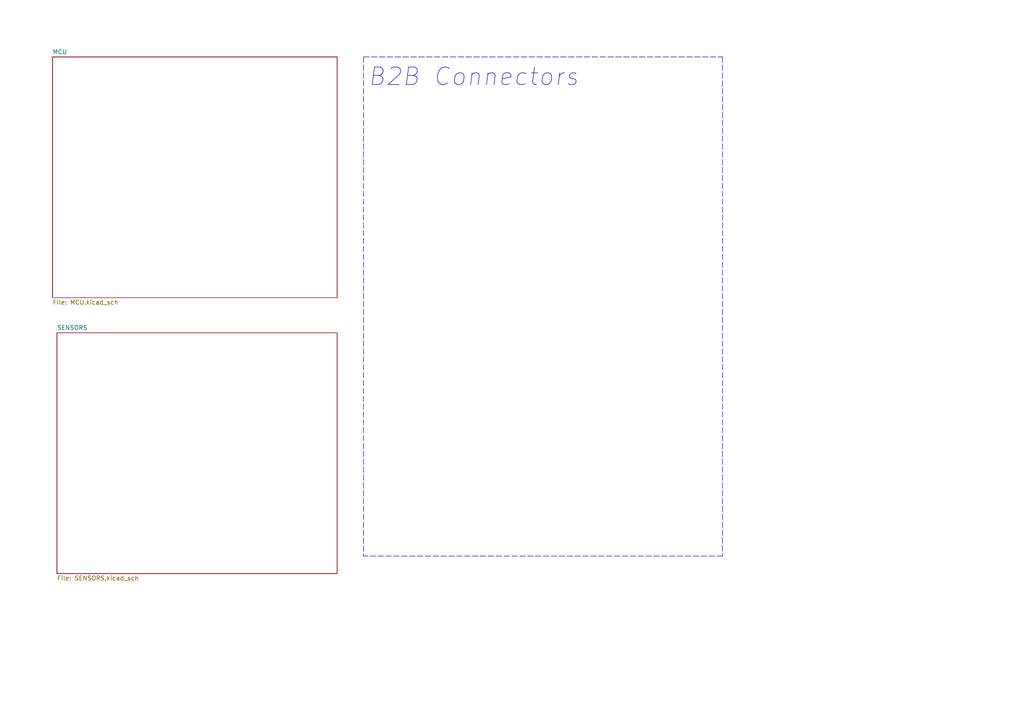
<source format=kicad_sch>
(kicad_sch (version 20211123) (generator eeschema)

  (uuid e63e39d7-6ac0-4ffd-8aa3-1841a4541b55)

  (paper "A4")

  (title_block
    (title "TARS Flight Computer Schematic")
    (date "2022-09-06")
    (rev "3.1")
  )

  (lib_symbols
    (symbol "Connector_Generic:Conn_02x12_Odd_Even" (pin_names (offset 1.016) hide) (in_bom yes) (on_board yes)
      (property "Reference" "J" (id 0) (at 1.27 15.24 0)
        (effects (font (size 1.27 1.27)))
      )
      (property "Value" "Conn_02x12_Odd_Even" (id 1) (at 1.27 -17.78 0)
        (effects (font (size 1.27 1.27)))
      )
      (property "Footprint" "" (id 2) (at 0 0 0)
        (effects (font (size 1.27 1.27)) hide)
      )
      (property "Datasheet" "~" (id 3) (at 0 0 0)
        (effects (font (size 1.27 1.27)) hide)
      )
      (property "ki_keywords" "connector" (id 4) (at 0 0 0)
        (effects (font (size 1.27 1.27)) hide)
      )
      (property "ki_description" "Generic connector, double row, 02x12, odd/even pin numbering scheme (row 1 odd numbers, row 2 even numbers), script generated (kicad-library-utils/schlib/autogen/connector/)" (id 5) (at 0 0 0)
        (effects (font (size 1.27 1.27)) hide)
      )
      (property "ki_fp_filters" "Connector*:*_2x??_*" (id 6) (at 0 0 0)
        (effects (font (size 1.27 1.27)) hide)
      )
      (symbol "Conn_02x12_Odd_Even_1_1"
        (rectangle (start -1.27 -15.113) (end 0 -15.367)
          (stroke (width 0.1524) (type default) (color 0 0 0 0))
          (fill (type none))
        )
        (rectangle (start -1.27 -12.573) (end 0 -12.827)
          (stroke (width 0.1524) (type default) (color 0 0 0 0))
          (fill (type none))
        )
        (rectangle (start -1.27 -10.033) (end 0 -10.287)
          (stroke (width 0.1524) (type default) (color 0 0 0 0))
          (fill (type none))
        )
        (rectangle (start -1.27 -7.493) (end 0 -7.747)
          (stroke (width 0.1524) (type default) (color 0 0 0 0))
          (fill (type none))
        )
        (rectangle (start -1.27 -4.953) (end 0 -5.207)
          (stroke (width 0.1524) (type default) (color 0 0 0 0))
          (fill (type none))
        )
        (rectangle (start -1.27 -2.413) (end 0 -2.667)
          (stroke (width 0.1524) (type default) (color 0 0 0 0))
          (fill (type none))
        )
        (rectangle (start -1.27 0.127) (end 0 -0.127)
          (stroke (width 0.1524) (type default) (color 0 0 0 0))
          (fill (type none))
        )
        (rectangle (start -1.27 2.667) (end 0 2.413)
          (stroke (width 0.1524) (type default) (color 0 0 0 0))
          (fill (type none))
        )
        (rectangle (start -1.27 5.207) (end 0 4.953)
          (stroke (width 0.1524) (type default) (color 0 0 0 0))
          (fill (type none))
        )
        (rectangle (start -1.27 7.747) (end 0 7.493)
          (stroke (width 0.1524) (type default) (color 0 0 0 0))
          (fill (type none))
        )
        (rectangle (start -1.27 10.287) (end 0 10.033)
          (stroke (width 0.1524) (type default) (color 0 0 0 0))
          (fill (type none))
        )
        (rectangle (start -1.27 12.827) (end 0 12.573)
          (stroke (width 0.1524) (type default) (color 0 0 0 0))
          (fill (type none))
        )
        (rectangle (start -1.27 13.97) (end 3.81 -16.51)
          (stroke (width 0.254) (type default) (color 0 0 0 0))
          (fill (type background))
        )
        (rectangle (start 3.81 -15.113) (end 2.54 -15.367)
          (stroke (width 0.1524) (type default) (color 0 0 0 0))
          (fill (type none))
        )
        (rectangle (start 3.81 -12.573) (end 2.54 -12.827)
          (stroke (width 0.1524) (type default) (color 0 0 0 0))
          (fill (type none))
        )
        (rectangle (start 3.81 -10.033) (end 2.54 -10.287)
          (stroke (width 0.1524) (type default) (color 0 0 0 0))
          (fill (type none))
        )
        (rectangle (start 3.81 -7.493) (end 2.54 -7.747)
          (stroke (width 0.1524) (type default) (color 0 0 0 0))
          (fill (type none))
        )
        (rectangle (start 3.81 -4.953) (end 2.54 -5.207)
          (stroke (width 0.1524) (type default) (color 0 0 0 0))
          (fill (type none))
        )
        (rectangle (start 3.81 -2.413) (end 2.54 -2.667)
          (stroke (width 0.1524) (type default) (color 0 0 0 0))
          (fill (type none))
        )
        (rectangle (start 3.81 0.127) (end 2.54 -0.127)
          (stroke (width 0.1524) (type default) (color 0 0 0 0))
          (fill (type none))
        )
        (rectangle (start 3.81 2.667) (end 2.54 2.413)
          (stroke (width 0.1524) (type default) (color 0 0 0 0))
          (fill (type none))
        )
        (rectangle (start 3.81 5.207) (end 2.54 4.953)
          (stroke (width 0.1524) (type default) (color 0 0 0 0))
          (fill (type none))
        )
        (rectangle (start 3.81 7.747) (end 2.54 7.493)
          (stroke (width 0.1524) (type default) (color 0 0 0 0))
          (fill (type none))
        )
        (rectangle (start 3.81 10.287) (end 2.54 10.033)
          (stroke (width 0.1524) (type default) (color 0 0 0 0))
          (fill (type none))
        )
        (rectangle (start 3.81 12.827) (end 2.54 12.573)
          (stroke (width 0.1524) (type default) (color 0 0 0 0))
          (fill (type none))
        )
        (pin passive line (at -5.08 12.7 0) (length 3.81)
          (name "Pin_1" (effects (font (size 1.27 1.27))))
          (number "1" (effects (font (size 1.27 1.27))))
        )
        (pin passive line (at 7.62 2.54 180) (length 3.81)
          (name "Pin_10" (effects (font (size 1.27 1.27))))
          (number "10" (effects (font (size 1.27 1.27))))
        )
        (pin passive line (at -5.08 0 0) (length 3.81)
          (name "Pin_11" (effects (font (size 1.27 1.27))))
          (number "11" (effects (font (size 1.27 1.27))))
        )
        (pin passive line (at 7.62 0 180) (length 3.81)
          (name "Pin_12" (effects (font (size 1.27 1.27))))
          (number "12" (effects (font (size 1.27 1.27))))
        )
        (pin passive line (at -5.08 -2.54 0) (length 3.81)
          (name "Pin_13" (effects (font (size 1.27 1.27))))
          (number "13" (effects (font (size 1.27 1.27))))
        )
        (pin passive line (at 7.62 -2.54 180) (length 3.81)
          (name "Pin_14" (effects (font (size 1.27 1.27))))
          (number "14" (effects (font (size 1.27 1.27))))
        )
        (pin passive line (at -5.08 -5.08 0) (length 3.81)
          (name "Pin_15" (effects (font (size 1.27 1.27))))
          (number "15" (effects (font (size 1.27 1.27))))
        )
        (pin passive line (at 7.62 -5.08 180) (length 3.81)
          (name "Pin_16" (effects (font (size 1.27 1.27))))
          (number "16" (effects (font (size 1.27 1.27))))
        )
        (pin passive line (at -5.08 -7.62 0) (length 3.81)
          (name "Pin_17" (effects (font (size 1.27 1.27))))
          (number "17" (effects (font (size 1.27 1.27))))
        )
        (pin passive line (at 7.62 -7.62 180) (length 3.81)
          (name "Pin_18" (effects (font (size 1.27 1.27))))
          (number "18" (effects (font (size 1.27 1.27))))
        )
        (pin passive line (at -5.08 -10.16 0) (length 3.81)
          (name "Pin_19" (effects (font (size 1.27 1.27))))
          (number "19" (effects (font (size 1.27 1.27))))
        )
        (pin passive line (at 7.62 12.7 180) (length 3.81)
          (name "Pin_2" (effects (font (size 1.27 1.27))))
          (number "2" (effects (font (size 1.27 1.27))))
        )
        (pin passive line (at 7.62 -10.16 180) (length 3.81)
          (name "Pin_20" (effects (font (size 1.27 1.27))))
          (number "20" (effects (font (size 1.27 1.27))))
        )
        (pin passive line (at -5.08 -12.7 0) (length 3.81)
          (name "Pin_21" (effects (font (size 1.27 1.27))))
          (number "21" (effects (font (size 1.27 1.27))))
        )
        (pin passive line (at 7.62 -12.7 180) (length 3.81)
          (name "Pin_22" (effects (font (size 1.27 1.27))))
          (number "22" (effects (font (size 1.27 1.27))))
        )
        (pin passive line (at -5.08 -15.24 0) (length 3.81)
          (name "Pin_23" (effects (font (size 1.27 1.27))))
          (number "23" (effects (font (size 1.27 1.27))))
        )
        (pin passive line (at 7.62 -15.24 180) (length 3.81)
          (name "Pin_24" (effects (font (size 1.27 1.27))))
          (number "24" (effects (font (size 1.27 1.27))))
        )
        (pin passive line (at -5.08 10.16 0) (length 3.81)
          (name "Pin_3" (effects (font (size 1.27 1.27))))
          (number "3" (effects (font (size 1.27 1.27))))
        )
        (pin passive line (at 7.62 10.16 180) (length 3.81)
          (name "Pin_4" (effects (font (size 1.27 1.27))))
          (number "4" (effects (font (size 1.27 1.27))))
        )
        (pin passive line (at -5.08 7.62 0) (length 3.81)
          (name "Pin_5" (effects (font (size 1.27 1.27))))
          (number "5" (effects (font (size 1.27 1.27))))
        )
        (pin passive line (at 7.62 7.62 180) (length 3.81)
          (name "Pin_6" (effects (font (size 1.27 1.27))))
          (number "6" (effects (font (size 1.27 1.27))))
        )
        (pin passive line (at -5.08 5.08 0) (length 3.81)
          (name "Pin_7" (effects (font (size 1.27 1.27))))
          (number "7" (effects (font (size 1.27 1.27))))
        )
        (pin passive line (at 7.62 5.08 180) (length 3.81)
          (name "Pin_8" (effects (font (size 1.27 1.27))))
          (number "8" (effects (font (size 1.27 1.27))))
        )
        (pin passive line (at -5.08 2.54 0) (length 3.81)
          (name "Pin_9" (effects (font (size 1.27 1.27))))
          (number "9" (effects (font (size 1.27 1.27))))
        )
      )
    )
  )


  (polyline (pts (xy 105.41 16.51) (xy 105.41 161.29))
    (stroke (width 0) (type default) (color 0 0 0 0))
    (uuid 0eba0bea-5530-4bb5-b715-89e4d7fcee2e)
  )
  (polyline (pts (xy 209.55 16.51) (xy 209.55 161.29))
    (stroke (width 0) (type default) (color 0 0 0 0))
    (uuid 5c603a6f-ed23-44b2-b14e-e99665e2c2aa)
  )
  (polyline (pts (xy 209.55 161.29) (xy 105.41 161.29))
    (stroke (width 0) (type default) (color 0 0 0 0))
    (uuid 6a0f1d6d-924e-45c9-bcb2-1b2b5eebd410)
  )
  (polyline (pts (xy 105.41 16.51) (xy 209.55 16.51))
    (stroke (width 0) (type default) (color 0 0 0 0))
    (uuid 9d93ca44-3335-4e3e-82d2-d9f8c6e8035a)
  )

  (text "B2B Connectors" (at 106.68 25.4 0)
    (effects (font (size 5.08 5.08) italic) (justify left bottom))
    (uuid 2164a09f-5daf-4ac9-bce2-e8cae56075c1)
  )

  (global_label "6V_AC_SERVO2" (shape input) (at 40.64 -59.69 0) (fields_autoplaced)
    (effects (font (size 1.27 1.27)) (justify left))
    (uuid 5cf7d85d-2ead-4bd9-8a97-74be15241145)
    (property "Intersheet References" "${INTERSHEET_REFS}" (id 0) (at 56.8132 -59.6106 0)
      (effects (font (size 1.27 1.27)) (justify left) hide)
    )
  )
  (global_label "6V_AC_SERVO1" (shape input) (at -48.26 -19.05 180) (fields_autoplaced)
    (effects (font (size 1.27 1.27)) (justify right))
    (uuid 6851dbd1-40fa-40b2-b4f8-e1902a43eb22)
    (property "Intersheet References" "${INTERSHEET_REFS}" (id 0) (at -64.4332 -19.1294 0)
      (effects (font (size 1.27 1.27)) (justify right) hide)
    )
  )
  (global_label "6V_AC_SERVO1" (shape input) (at -35.56 -59.69 0) (fields_autoplaced)
    (effects (font (size 1.27 1.27)) (justify left))
    (uuid 7f750984-f888-4ec7-996c-bd1ec8721a73)
    (property "Intersheet References" "${INTERSHEET_REFS}" (id 0) (at -19.3868 -59.6106 0)
      (effects (font (size 1.27 1.27)) (justify left) hide)
    )
  )
  (global_label "6V_AC_SERVO2" (shape input) (at 34.29 -13.97 180) (fields_autoplaced)
    (effects (font (size 1.27 1.27)) (justify right))
    (uuid a06e3c37-7d15-4eed-ae75-f8756ee020cf)
    (property "Intersheet References" "${INTERSHEET_REFS}" (id 0) (at 18.1168 -14.0494 0)
      (effects (font (size 1.27 1.27)) (justify right) hide)
    )
  )

  (hierarchical_label "B2B_GPIO_11" (shape input) (at 34.29 -39.37 180)
    (effects (font (size 1.27 1.27)) (justify right))
    (uuid 03ba497d-8bb0-423f-96dc-4a5f32b3e77d)
  )
  (hierarchical_label "B2B_ZOE_M8Q_BKT_CS" (shape input) (at 40.64 -87.63 0)
    (effects (font (size 1.27 1.27)) (justify left))
    (uuid 067e1f81-db05-4864-9809-2651e108d482)
  )
  (hierarchical_label "GND" (shape input) (at 46.99 -31.75 0)
    (effects (font (size 1.27 1.27)) (justify left))
    (uuid 0a5849e2-6070-4fe2-9b63-a7e959741eb3)
  )
  (hierarchical_label "SERVO2" (shape input) (at 27.94 -64.77 180)
    (effects (font (size 1.27 1.27)) (justify right))
    (uuid 0afc6592-c2db-4caa-a22b-f13f9e7e1c40)
  )
  (hierarchical_label "GND" (shape input) (at -48.26 -74.93 180)
    (effects (font (size 1.27 1.27)) (justify right))
    (uuid 0e1de1ae-2e38-4eb8-b0ed-a71bcc3760ce)
  )
  (hierarchical_label "TELEM_RST" (shape input) (at -35.56 -77.47 0)
    (effects (font (size 1.27 1.27)) (justify left))
    (uuid 11cc2efa-23cb-4ab4-9818-3d848bc97d29)
  )
  (hierarchical_label "GND" (shape input) (at 27.94 -77.47 180)
    (effects (font (size 1.27 1.27)) (justify right))
    (uuid 19d2e95a-dc04-407f-be81-df67b85eb5a7)
  )
  (hierarchical_label "CONT_GND" (shape input) (at 27.94 -72.39 180)
    (effects (font (size 1.27 1.27)) (justify right))
    (uuid 2394dab3-acdd-49da-be3c-8d17d70c2dee)
  )
  (hierarchical_label "B2B_SPI_MISO" (shape input) (at -35.56 -24.13 0)
    (effects (font (size 1.27 1.27)) (justify left))
    (uuid 2e9318b5-853d-440a-b448-73b23e695373)
  )
  (hierarchical_label "TELEM_CS" (shape input) (at -35.56 -82.55 0)
    (effects (font (size 1.27 1.27)) (justify left))
    (uuid 30d4a9b1-2def-4f39-932c-f35903a30774)
  )
  (hierarchical_label "B2B_I2C_SDA" (shape input) (at -48.26 -59.69 180)
    (effects (font (size 1.27 1.27)) (justify right))
    (uuid 315599bf-7866-42f5-92b5-93d8f9b8af31)
  )
  (hierarchical_label "B2B_GPIO_19" (shape input) (at 34.29 -19.05 180)
    (effects (font (size 1.27 1.27)) (justify right))
    (uuid 37c072bd-ea64-496a-bc3a-4b309c00489f)
  )
  (hierarchical_label "5V" (shape input) (at -35.56 -41.91 0)
    (effects (font (size 1.27 1.27)) (justify left))
    (uuid 3b54ff7e-7ffa-48ad-ab2a-9b3b443fdaa9)
  )
  (hierarchical_label "5V" (shape input) (at 27.94 -82.55 180)
    (effects (font (size 1.27 1.27)) (justify right))
    (uuid 3c64a8a7-5b1b-4cb6-9ae0-97f2ec0bb19a)
  )
  (hierarchical_label "B2B_GPIO_19" (shape input) (at 40.64 -64.77 0)
    (effects (font (size 1.27 1.27)) (justify left))
    (uuid 3e15e927-e630-40ef-bf90-544d4c449d4b)
  )
  (hierarchical_label "B2B_GPIO_13" (shape input) (at 34.29 -34.29 180)
    (effects (font (size 1.27 1.27)) (justify right))
    (uuid 3ee8a684-ca8f-4524-9b00-d9e7b7028c5b)
  )
  (hierarchical_label "B2B_GPIO_8" (shape input) (at 46.99 -16.51 0)
    (effects (font (size 1.27 1.27)) (justify left))
    (uuid 3eec8770-0c7b-4bb2-86fa-8b30cd211c1c)
  )
  (hierarchical_label "B2B_ZOE_M8Q_BKT_CS" (shape input) (at 34.29 -41.91 180)
    (effects (font (size 1.27 1.27)) (justify right))
    (uuid 40b3b4d7-ace0-45f3-a574-ca84379a4fbd)
  )
  (hierarchical_label "TELEM_INT" (shape input) (at -35.56 -80.01 0)
    (effects (font (size 1.27 1.27)) (justify left))
    (uuid 42425fc6-1341-4c70-8eb5-64aaafaa0ca2)
  )
  (hierarchical_label "TELEM_INT" (shape input) (at -48.26 -39.37 180)
    (effects (font (size 1.27 1.27)) (justify right))
    (uuid 4663a78e-deaf-4b4a-b585-4a83de45aa15)
  )
  (hierarchical_label "CONT_3V3" (shape input) (at -35.56 -31.75 0)
    (effects (font (size 1.27 1.27)) (justify left))
    (uuid 486fb1df-cadb-4070-8509-1a9236987122)
  )
  (hierarchical_label "POWER_STATE" (shape input) (at -35.56 -74.93 0)
    (effects (font (size 1.27 1.27)) (justify left))
    (uuid 498e9883-6651-4dce-b71b-5976a9256a76)
  )
  (hierarchical_label "5V" (shape input) (at -48.26 -82.55 180)
    (effects (font (size 1.27 1.27)) (justify right))
    (uuid 4ccb0e93-36f7-4d7b-baba-2457a90267b7)
  )
  (hierarchical_label "SERVO2" (shape input) (at 46.99 -19.05 0)
    (effects (font (size 1.27 1.27)) (justify left))
    (uuid 4d759aa0-1145-43ae-a507-a45f6fc89e2a)
  )
  (hierarchical_label "VBAT" (shape input) (at -48.26 -87.63 180)
    (effects (font (size 1.27 1.27)) (justify right))
    (uuid 4dee428b-9873-45f7-9e00-b3849b95bf1c)
  )
  (hierarchical_label "TELEM_GPIO_5" (shape input) (at 46.99 -24.13 0)
    (effects (font (size 1.27 1.27)) (justify left))
    (uuid 4f8eb150-8b33-4152-bdb4-215462777009)
  )
  (hierarchical_label "3V3" (shape input) (at -48.26 -80.01 180)
    (effects (font (size 1.27 1.27)) (justify right))
    (uuid 51153875-01b9-46f2-8b14-6306c8586588)
  )
  (hierarchical_label "B2B_SPI_SCK" (shape input) (at -48.26 -69.85 180)
    (effects (font (size 1.27 1.27)) (justify right))
    (uuid 52adca1b-80ca-4147-bf9b-1475347d6ee4)
  )
  (hierarchical_label "B2B_GPIO_17" (shape input) (at 34.29 -24.13 180)
    (effects (font (size 1.27 1.27)) (justify right))
    (uuid 54f6b474-8032-4e41-8d94-6884267ab007)
  )
  (hierarchical_label "B2B_GPIO_15" (shape input) (at 34.29 -29.21 180)
    (effects (font (size 1.27 1.27)) (justify right))
    (uuid 55488f97-cc2c-4387-9e83-f62082f64f61)
  )
  (hierarchical_label "TELEM_CS" (shape input) (at -48.26 -41.91 180)
    (effects (font (size 1.27 1.27)) (justify right))
    (uuid 5803c448-014b-43e3-b8d2-231d69eaeb76)
  )
  (hierarchical_label "TELEM_GPIO_3" (shape input) (at -35.56 -64.77 0)
    (effects (font (size 1.27 1.27)) (justify left))
    (uuid 5dc00350-a152-4c7d-9f0e-9d37eb7f6860)
  )
  (hierarchical_label "B2B_GPIO_20" (shape input) (at 40.64 -62.23 0)
    (effects (font (size 1.27 1.27)) (justify left))
    (uuid 61552163-4761-4a1c-b2d6-fa35886f0193)
  )
  (hierarchical_label "SERVO1" (shape input) (at 46.99 -21.59 0)
    (effects (font (size 1.27 1.27)) (justify left))
    (uuid 62b6b2b3-6ade-4e95-8062-936451a2172f)
  )
  (hierarchical_label "9V" (shape input) (at 46.99 -39.37 0)
    (effects (font (size 1.27 1.27)) (justify left))
    (uuid 68fb2844-0be8-4c5e-9b35-62a6cfd1ea6f)
  )
  (hierarchical_label "VBAT" (shape input) (at -35.56 -46.99 0)
    (effects (font (size 1.27 1.27)) (justify left))
    (uuid 69af5054-38f8-4c3f-b79b-303872835699)
  )
  (hierarchical_label "CONT_GND" (shape input) (at 46.99 -26.67 0)
    (effects (font (size 1.27 1.27)) (justify left))
    (uuid 6ce3d7b3-881d-40b6-a56b-ce843a89cef1)
  )
  (hierarchical_label "B2B_GPIO_16" (shape input) (at 40.64 -72.39 0)
    (effects (font (size 1.27 1.27)) (justify left))
    (uuid 6d29ebd3-5747-48e1-b1af-57facea19225)
  )
  (hierarchical_label "POWER_STATE" (shape input) (at -48.26 -34.29 180)
    (effects (font (size 1.27 1.27)) (justify right))
    (uuid 6ee555d4-685b-4a36-a65d-b23477664fb4)
  )
  (hierarchical_label "POWER_RESET" (shape input) (at -35.56 -72.39 0)
    (effects (font (size 1.27 1.27)) (justify left))
    (uuid 70f43e74-9fe6-4ce3-8013-09cc1375891c)
  )
  (hierarchical_label "B2B_GPIO_18" (shape input) (at 34.29 -21.59 180)
    (effects (font (size 1.27 1.27)) (justify right))
    (uuid 741f84ee-ce1f-4f02-a924-664558c5079e)
  )
  (hierarchical_label "3V3" (shape input) (at 46.99 -34.29 0)
    (effects (font (size 1.27 1.27)) (justify left))
    (uuid 75a82f26-b536-411b-9729-ef4a08e8c77d)
  )
  (hierarchical_label "3V3" (shape input) (at 27.94 -80.01 180)
    (effects (font (size 1.27 1.27)) (justify right))
    (uuid 79d73f8e-ca17-4607-b895-8c7c2b10c5d2)
  )
  (hierarchical_label "GND" (shape input) (at 27.94 -74.93 180)
    (effects (font (size 1.27 1.27)) (justify right))
    (uuid 7d142d5e-b3e4-499b-a042-fb6d9f3de85a)
  )
  (hierarchical_label "B2B_I2C_SCL" (shape input) (at -35.56 -21.59 0)
    (effects (font (size 1.27 1.27)) (justify left))
    (uuid 7e70563d-20b1-47b7-ae21-9de68c3388f1)
  )
  (hierarchical_label "B2B_GPIO_12" (shape input) (at 40.64 -82.55 0)
    (effects (font (size 1.27 1.27)) (justify left))
    (uuid 81a63f5e-1f7c-4cf7-a9c8-17b436f30a19)
  )
  (hierarchical_label "POWER_RESET" (shape input) (at -48.26 -31.75 180)
    (effects (font (size 1.27 1.27)) (justify right))
    (uuid 8397bcb6-889d-4112-9b1d-1609ea642902)
  )
  (hierarchical_label "VBAT" (shape input) (at 46.99 -41.91 0)
    (effects (font (size 1.27 1.27)) (justify left))
    (uuid 89b4cd9e-3141-400b-807d-70bde2e207c1)
  )
  (hierarchical_label "B2B_I2C_SCL" (shape input) (at -48.26 -62.23 180)
    (effects (font (size 1.27 1.27)) (justify right))
    (uuid 8b14ef2e-12af-4862-b44e-89f80b6b7488)
  )
  (hierarchical_label "B2B_SPI_MOSI" (shape input) (at -35.56 -26.67 0)
    (effects (font (size 1.27 1.27)) (justify left))
    (uuid 8bcc690e-efb5-4df5-8b36-bea4561f5975)
  )
  (hierarchical_label "B2B_GPIO_20" (shape input) (at 34.29 -16.51 180)
    (effects (font (size 1.27 1.27)) (justify right))
    (uuid 8c223134-ed93-4c75-8197-0601a720dcf3)
  )
  (hierarchical_label "B2B_GPIO_8" (shape input) (at 27.94 -62.23 180)
    (effects (font (size 1.27 1.27)) (justify right))
    (uuid 8f822d1a-bfa1-473c-ab5f-69011682cb66)
  )
  (hierarchical_label "GND" (shape input) (at 46.99 -29.21 0)
    (effects (font (size 1.27 1.27)) (justify left))
    (uuid 8fee3d69-39be-4666-a060-4030cb2c8cb4)
  )
  (hierarchical_label "B2B_I2C_SDA" (shape input) (at -35.56 -19.05 0)
    (effects (font (size 1.27 1.27)) (justify left))
    (uuid 903452fc-132c-4009-8163-3b8ec53c9b24)
  )
  (hierarchical_label "9V" (shape input) (at -48.26 -85.09 180)
    (effects (font (size 1.27 1.27)) (justify right))
    (uuid 93ef09ab-58f4-40ee-8d2b-6370d66890c0)
  )
  (hierarchical_label "3V3" (shape input) (at -35.56 -39.37 0)
    (effects (font (size 1.27 1.27)) (justify left))
    (uuid 95702545-bda6-41c0-886a-37a7a6ff3258)
  )
  (hierarchical_label "TELEM_RST" (shape input) (at -48.26 -36.83 180)
    (effects (font (size 1.27 1.27)) (justify right))
    (uuid 9bbca38d-bb5d-4679-b902-2c8880361ea3)
  )
  (hierarchical_label "TELEM_GPIO_5" (shape input) (at 27.94 -69.85 180)
    (effects (font (size 1.27 1.27)) (justify right))
    (uuid 9c5df762-d61a-44d0-8936-1b12c2e9d4b3)
  )
  (hierarchical_label "SERVO1" (shape input) (at 27.94 -67.31 180)
    (effects (font (size 1.27 1.27)) (justify right))
    (uuid 9c8b409b-0d1b-49e5-8fed-acd83e0e8b3e)
  )
  (hierarchical_label "B2B_GPIO_9" (shape input) (at 46.99 -13.97 0)
    (effects (font (size 1.27 1.27)) (justify left))
    (uuid a2cd52ee-4f85-4be0-934a-1864f1f21e94)
  )
  (hierarchical_label "B2B_UART_SDO" (shape input) (at -35.56 -85.09 0)
    (effects (font (size 1.27 1.27)) (justify left))
    (uuid a7bb0813-11fc-41ff-9131-6ede26f75738)
  )
  (hierarchical_label "B2B_GPIO_14" (shape input) (at 34.29 -31.75 180)
    (effects (font (size 1.27 1.27)) (justify right))
    (uuid a8f88c2e-f2bf-4472-9c4b-a0ec5f41c5df)
  )
  (hierarchical_label "B2B_GPIO_9" (shape input) (at 27.94 -59.69 180)
    (effects (font (size 1.27 1.27)) (justify right))
    (uuid ae1e1b4c-8acc-45ae-be67-8bc1c6c1334d)
  )
  (hierarchical_label "VBAT" (shape input) (at 27.94 -87.63 180)
    (effects (font (size 1.27 1.27)) (justify right))
    (uuid ae533d36-6d70-4511-85bf-22b0a2f39320)
  )
  (hierarchical_label "5V" (shape input) (at 46.99 -36.83 0)
    (effects (font (size 1.27 1.27)) (justify left))
    (uuid b5094eef-9f39-4eff-9d68-32771bd2a5d7)
  )
  (hierarchical_label "B2B_UART_SDI" (shape input) (at -48.26 -46.99 180)
    (effects (font (size 1.27 1.27)) (justify right))
    (uuid ba48b97d-36ea-4fcd-96c8-cb8fcb4a2c0d)
  )
  (hierarchical_label "GND" (shape input) (at -35.56 -36.83 0)
    (effects (font (size 1.27 1.27)) (justify left))
    (uuid bb5cc2df-50ea-4b08-a5bd-01495e24e1b5)
  )
  (hierarchical_label "B2B_GPIO_15" (shape input) (at 40.64 -74.93 0)
    (effects (font (size 1.27 1.27)) (justify left))
    (uuid bcf86641-32b3-4524-9836-05fd499054b4)
  )
  (hierarchical_label "B2B_UART_SDI" (shape input) (at -35.56 -87.63 0)
    (effects (font (size 1.27 1.27)) (justify left))
    (uuid bf75d05c-c282-49b3-a7fc-f3f3e6740fa3)
  )
  (hierarchical_label "B2B_GPIO_16" (shape input) (at 34.29 -26.67 180)
    (effects (font (size 1.27 1.27)) (justify right))
    (uuid bf7fdebf-4356-419d-b90e-dcbdd3b6d1fa)
  )
  (hierarchical_label "TELEM_GPIO_4" (shape input) (at -48.26 -21.59 180)
    (effects (font (size 1.27 1.27)) (justify right))
    (uuid c64f8292-22aa-481b-9a56-fbf019fed7da)
  )
  (hierarchical_label "CONT_3V3" (shape input) (at -48.26 -72.39 180)
    (effects (font (size 1.27 1.27)) (justify right))
    (uuid c6891613-b7ed-4616-b0f8-c0a3f424e6fc)
  )
  (hierarchical_label "B2B_GPIO_11" (shape input) (at 40.64 -85.09 0)
    (effects (font (size 1.27 1.27)) (justify left))
    (uuid caf1a0d8-8dda-4844-9625-d77563b603c9)
  )
  (hierarchical_label "B2B_SPI_MOSI" (shape input) (at -48.26 -67.31 180)
    (effects (font (size 1.27 1.27)) (justify right))
    (uuid ce2dd087-ffc4-437e-a130-9718b7eb1f5f)
  )
  (hierarchical_label "TELEM_GPIO_4" (shape input) (at -35.56 -62.23 0)
    (effects (font (size 1.27 1.27)) (justify left))
    (uuid d10c3e17-2d8c-416f-a00a-5eea0cc70642)
  )
  (hierarchical_label "B2B_GPIO_17" (shape input) (at 40.64 -69.85 0)
    (effects (font (size 1.27 1.27)) (justify left))
    (uuid d3990e41-1d1d-4db0-9c68-57e5b4fcc48c)
  )
  (hierarchical_label "TELEM_GPIO_3" (shape input) (at -48.26 -24.13 180)
    (effects (font (size 1.27 1.27)) (justify right))
    (uuid dbc07276-ccb2-4c19-a635-8b581caec814)
  )
  (hierarchical_label "TELEM_GPIO_2" (shape input) (at -48.26 -26.67 180)
    (effects (font (size 1.27 1.27)) (justify right))
    (uuid dfb1c09b-2174-48e7-a514-6abfe347ab39)
  )
  (hierarchical_label "TELEM_GPIO_1" (shape input) (at -35.56 -69.85 0)
    (effects (font (size 1.27 1.27)) (justify left))
    (uuid e3849e21-3723-4744-8c66-4518d9abc271)
  )
  (hierarchical_label "B2B_SPI_SCK" (shape input) (at -35.56 -29.21 0)
    (effects (font (size 1.27 1.27)) (justify left))
    (uuid e5388fd9-ebe4-4960-bdcf-d5b9f75809a8)
  )
  (hierarchical_label "GND" (shape input) (at -48.26 -77.47 180)
    (effects (font (size 1.27 1.27)) (justify right))
    (uuid e697d0cf-5a89-4209-8b91-7775fd3169ca)
  )
  (hierarchical_label "B2B_SPI_MISO" (shape input) (at -48.26 -64.77 180)
    (effects (font (size 1.27 1.27)) (justify right))
    (uuid ec648ad6-fb24-4beb-9a26-6b2c04288ce2)
  )
  (hierarchical_label "GND" (shape input) (at -35.56 -34.29 0)
    (effects (font (size 1.27 1.27)) (justify left))
    (uuid ed380997-5f22-4fe9-82eb-28f2a4e75b53)
  )
  (hierarchical_label "9V" (shape input) (at -35.56 -44.45 0)
    (effects (font (size 1.27 1.27)) (justify left))
    (uuid eec71dd9-a7ee-42c7-81c9-3c6b53a47f4e)
  )
  (hierarchical_label "B2B_GPIO_13" (shape input) (at 40.64 -80.01 0)
    (effects (font (size 1.27 1.27)) (justify left))
    (uuid f08bd128-ad91-4e83-b37f-2ad975a540cc)
  )
  (hierarchical_label "B2B_GPIO_14" (shape input) (at 40.64 -77.47 0)
    (effects (font (size 1.27 1.27)) (justify left))
    (uuid f1c47c72-a303-4bf6-9f1a-d918cc01ea6f)
  )
  (hierarchical_label "9V" (shape input) (at 27.94 -85.09 180)
    (effects (font (size 1.27 1.27)) (justify right))
    (uuid f2185193-04f1-40b5-8f5c-b32964204dfb)
  )
  (hierarchical_label "TELEM_GPIO_2" (shape input) (at -35.56 -67.31 0)
    (effects (font (size 1.27 1.27)) (justify left))
    (uuid f61b28a7-cb3e-4468-91d8-9012bd5789da)
  )
  (hierarchical_label "B2B_GPIO_12" (shape input) (at 34.29 -36.83 180)
    (effects (font (size 1.27 1.27)) (justify right))
    (uuid fa469f67-1f1a-4cf4-b353-8443864b9bf8)
  )
  (hierarchical_label "B2B_GPIO_18" (shape input) (at 40.64 -67.31 0)
    (effects (font (size 1.27 1.27)) (justify left))
    (uuid fbff4666-a559-4b66-867f-5ccfca9827d1)
  )
  (hierarchical_label "B2B_UART_SDO" (shape input) (at -48.26 -44.45 180)
    (effects (font (size 1.27 1.27)) (justify right))
    (uuid fce2d235-8f2c-4974-964e-bf9d613fcd44)
  )
  (hierarchical_label "TELEM_GPIO_1" (shape input) (at -48.26 -29.21 180)
    (effects (font (size 1.27 1.27)) (justify right))
    (uuid ff516001-52ad-4972-919d-1c2a4598c9ce)
  )

  (symbol (lib_id "Connector_Generic:Conn_02x12_Odd_Even") (at 33.02 -74.93 0) (unit 1)
    (in_bom yes) (on_board yes) (fields_autoplaced)
    (uuid 5448dfbe-f8c5-4321-83be-b8da4a6f7008)
    (property "Reference" "J3" (id 0) (at 34.29 -92.8665 0))
    (property "Value" "Conn_02x12_Odd_Even" (id 1) (at 34.29 -90.0914 0))
    (property "Footprint" "Connector_PinHeader_2.54mm:PinHeader_2x12_P2.54mm_Vertical_SMD" (id 2) (at 33.02 -74.93 0)
      (effects (font (size 1.27 1.27)) hide)
    )
    (property "Datasheet" "~" (id 3) (at 33.02 -74.93 0)
      (effects (font (size 1.27 1.27)) hide)
    )
    (pin "1" (uuid 5b17eec4-07a7-4eb8-a2a5-5eafc122f204))
    (pin "10" (uuid 6d66f42e-0f95-4b42-b02b-c52ef54a5f8b))
    (pin "11" (uuid 64430570-0a8e-4d39-a725-9ce9c1f0532e))
    (pin "12" (uuid 50d363e5-01c1-4695-965f-b8325a3fe035))
    (pin "13" (uuid 5a455553-33d6-41a4-9d5c-5fc0d0702eda))
    (pin "14" (uuid 4f92886e-1254-41f5-bdfb-f991f8f5e60d))
    (pin "15" (uuid 3880c54a-722f-4831-82c4-cb9c60b240ac))
    (pin "16" (uuid c5a6c2f2-238c-4e0b-8412-a2399875cc4a))
    (pin "17" (uuid ad033d3f-7515-4bd5-8071-19514401ff9c))
    (pin "18" (uuid 386e0141-bfec-4df2-994c-6e60070752a4))
    (pin "19" (uuid e836191b-0407-412e-99e6-28926b12e925))
    (pin "2" (uuid d86a7d50-e8d6-4242-a050-4040ac0a1f19))
    (pin "20" (uuid 338608d7-bc78-4beb-bb92-f7a555a7fdab))
    (pin "21" (uuid f93318ea-75fc-439b-a84d-3325e06a4308))
    (pin "22" (uuid 82399e9a-3ace-413e-a311-db8270bbac4b))
    (pin "23" (uuid 9e2e2c12-24d4-485b-8a09-6cc5f2c61d6b))
    (pin "24" (uuid cb0ac944-5fdf-4ddb-8033-c5e8bd84f4a1))
    (pin "3" (uuid 90ffcb4e-6813-4ae9-b923-cf828a0b9e25))
    (pin "4" (uuid d9395ac3-ab1a-40d8-a2a4-6348105b716c))
    (pin "5" (uuid de0ad173-d7a5-4933-8ed7-987a8641b7ba))
    (pin "6" (uuid 11f24b31-83c9-4027-aae8-15fe14022316))
    (pin "7" (uuid 604c3200-28b9-4c61-a0d2-f7aa0a813f1a))
    (pin "8" (uuid a8783df5-a72c-4d78-9adc-5920fc01bcfc))
    (pin "9" (uuid 31571f3e-b43e-4df7-bab9-6f2abfe9cb4a))
  )

  (symbol (lib_id "Connector_Generic:Conn_02x12_Odd_Even") (at -43.18 -74.93 0) (unit 1)
    (in_bom yes) (on_board yes)
    (uuid b981c534-dd1a-4eb2-890f-b8d4fccae19c)
    (property "Reference" "J1" (id 0) (at -41.91 -92.8665 0))
    (property "Value" "Conn_02x12_Odd_Even" (id 1) (at -41.91 -90.17 0))
    (property "Footprint" "Connector_PinHeader_2.54mm:PinHeader_2x12_P2.54mm_Vertical_SMD" (id 2) (at -43.18 -74.93 0)
      (effects (font (size 1.27 1.27)) hide)
    )
    (property "Datasheet" "~" (id 3) (at -43.18 -74.93 0)
      (effects (font (size 1.27 1.27)) hide)
    )
    (pin "1" (uuid ea8270d5-ef0e-4007-876a-a5e4a624f988))
    (pin "10" (uuid 60eacb67-e638-4352-a89a-e921f6f7c168))
    (pin "11" (uuid 8ab881ea-839f-401c-9933-68d350c904b3))
    (pin "12" (uuid c2dc3d60-3064-4bdb-89fd-4e36f3d734d8))
    (pin "13" (uuid a501cc57-052b-407a-9909-0f181a5591ec))
    (pin "14" (uuid ad385196-5552-4b2d-8e83-43d7853e0ed9))
    (pin "15" (uuid b822356f-df8c-4bd4-b738-e2d805cfbca0))
    (pin "16" (uuid 961e6315-12eb-4ae0-b8c2-50a196686761))
    (pin "17" (uuid f5c17169-19d1-41f0-88fc-6ba65a8936b5))
    (pin "18" (uuid 94a829c3-8fb9-4cfa-8397-8153adc2fa0f))
    (pin "19" (uuid dc03ba15-e1c8-453f-af86-dab2b9b9e2da))
    (pin "2" (uuid 058334f4-510b-4410-854e-1ac8138440ae))
    (pin "20" (uuid 2a6bbd09-2b8d-4aac-82b0-499888c89fc2))
    (pin "21" (uuid 0b98e9d0-0ec6-4cf7-b0a6-8c1aabbf00d2))
    (pin "22" (uuid 665d0256-c575-4983-9150-d8b2aa2a1632))
    (pin "23" (uuid fad75f13-88f0-4324-8655-ffb441a0e539))
    (pin "24" (uuid 3f18dec2-fad3-43f2-88f9-8d883a02aa3c))
    (pin "3" (uuid 1e6f195a-352f-4037-96db-5611060b45a5))
    (pin "4" (uuid c6ad95ac-9a09-4cd9-97b8-081ec9af3121))
    (pin "5" (uuid 7e175d4d-4142-41d5-8271-24970713b33c))
    (pin "6" (uuid a138e103-6c9b-422c-a13c-9e67e9bf008f))
    (pin "7" (uuid 2a276324-8bfc-4cbc-afe6-43e895c74de8))
    (pin "8" (uuid ca32283c-0f5a-42b2-b977-cb940dd90874))
    (pin "9" (uuid 187a8b0f-7bba-4b05-953b-97d766521bdc))
  )

  (symbol (lib_id "Connector_Generic:Conn_02x12_Odd_Even") (at -43.18 -34.29 0) (unit 1)
    (in_bom yes) (on_board yes) (fields_autoplaced)
    (uuid d607f42f-61f4-4032-b92b-be8c8fb0d895)
    (property "Reference" "J2" (id 0) (at -41.91 -52.2265 0))
    (property "Value" "Conn_02x12_Odd_Even" (id 1) (at -41.91 -49.4514 0))
    (property "Footprint" "Connector_PinHeader_2.54mm:PinHeader_2x12_P2.54mm_Vertical_SMD" (id 2) (at -43.18 -34.29 0)
      (effects (font (size 1.27 1.27)) hide)
    )
    (property "Datasheet" "~" (id 3) (at -43.18 -34.29 0)
      (effects (font (size 1.27 1.27)) hide)
    )
    (pin "1" (uuid 9b2743f4-3b80-4c57-b630-51de88e06be0))
    (pin "10" (uuid 52ea3e3a-a427-4fd0-8b67-fad13bf2de64))
    (pin "11" (uuid 56f5338e-e998-47cf-99b1-c1ba4d8fd35f))
    (pin "12" (uuid 6d023b35-ad49-4eb7-a40d-756da514900b))
    (pin "13" (uuid 7a7e528f-bfc1-4762-9058-7a5c43491bea))
    (pin "14" (uuid b82850a5-eef0-403a-8fdd-03633f0e2163))
    (pin "15" (uuid 61d88e00-b96e-493a-8fa3-fde81af1658a))
    (pin "16" (uuid 393e19df-0e81-43ae-976e-21400ebd50c5))
    (pin "17" (uuid f457a19c-2bec-4e1a-a6a0-06871d5e91cd))
    (pin "18" (uuid e10621e7-d28c-4035-80cd-ba052d9b39ec))
    (pin "19" (uuid c213e9eb-c687-410b-be58-bfd1b9440316))
    (pin "2" (uuid b274c4e3-ec2e-4dbf-bdd4-999900c65b54))
    (pin "20" (uuid 13054861-4ef3-4a75-89e3-41d18e8b671f))
    (pin "21" (uuid be9a05f8-1804-447d-a8f3-0520aa9e062b))
    (pin "22" (uuid 5e0809cd-08bc-49ab-88bc-0fb6732b376f))
    (pin "23" (uuid 8f35dea8-c941-4941-b4a4-6477998f34ce))
    (pin "24" (uuid 57988ee5-3c2d-48cc-ad50-db63f859204f))
    (pin "3" (uuid e6ad8914-05fd-426b-852d-a1b36e171614))
    (pin "4" (uuid e2bfb23e-4b5a-414b-8c87-442412fc2d0e))
    (pin "5" (uuid 5d9562af-9a86-40d8-a6f0-7078717c93b7))
    (pin "6" (uuid 812ccc51-68b0-44ad-b936-01505fafc028))
    (pin "7" (uuid 147df6b1-bce8-4320-811f-c7470753063a))
    (pin "8" (uuid cc9a9cd0-6682-45a8-9ced-4aefb9202bfc))
    (pin "9" (uuid 39041590-2662-4679-9e20-70aba9d183db))
  )

  (symbol (lib_id "Connector_Generic:Conn_02x12_Odd_Even") (at 39.37 -29.21 0) (unit 1)
    (in_bom yes) (on_board yes) (fields_autoplaced)
    (uuid e5dd8363-7d79-4f98-8f67-10ab4e3bfb29)
    (property "Reference" "J4" (id 0) (at 40.64 -47.1465 0))
    (property "Value" "Conn_02x12_Odd_Even" (id 1) (at 40.64 -44.3714 0))
    (property "Footprint" "Connector_PinHeader_2.54mm:PinHeader_2x12_P2.54mm_Vertical_SMD" (id 2) (at 39.37 -29.21 0)
      (effects (font (size 1.27 1.27)) hide)
    )
    (property "Datasheet" "~" (id 3) (at 39.37 -29.21 0)
      (effects (font (size 1.27 1.27)) hide)
    )
    (pin "1" (uuid 46755be3-b815-4af6-a3d6-85e2c83d2780))
    (pin "10" (uuid 12dac358-e34f-4cdd-a0b9-24c9a009f82b))
    (pin "11" (uuid 7bc878bc-9fbf-4d8d-a5f1-fe6c257b39d9))
    (pin "12" (uuid 21e40f47-68f1-4e6b-b41b-96c38b453398))
    (pin "13" (uuid b5b57aaa-3fb4-417d-a10e-9199d42e1eb1))
    (pin "14" (uuid 054e2bd1-40be-432f-b01e-7eb877390200))
    (pin "15" (uuid 56c9de1f-b590-406d-9440-c897fe15152c))
    (pin "16" (uuid e9543f3c-cd46-4dbe-9725-9e4f6abbbc7a))
    (pin "17" (uuid 2b1f8e51-cb46-46d7-af76-ea659a39220c))
    (pin "18" (uuid 7e93e217-f8bf-420c-b530-3ebfa14a77c9))
    (pin "19" (uuid 9971dbf8-f282-4f13-9f14-8b294ee36ce8))
    (pin "2" (uuid ef575fde-6a4f-4ef7-a180-7a51a7d778a9))
    (pin "20" (uuid 33f6b87b-361e-4681-8f78-6d37946c6353))
    (pin "21" (uuid fef5e210-1b1f-44df-a2da-1b5d850306f0))
    (pin "22" (uuid 888f0702-fa19-43d9-9729-eed0e4393e37))
    (pin "23" (uuid 5aefd83d-adbe-4fb4-a687-1c995b5ce80f))
    (pin "24" (uuid 735c9d48-2a48-4ae1-a7e6-9d055abe5ff9))
    (pin "3" (uuid a62edac3-42ab-40f8-af7d-87bcea8b0bb6))
    (pin "4" (uuid 49a3599f-39f6-4cbe-9878-027f944e55d3))
    (pin "5" (uuid 288829b6-4099-4ab0-84eb-8a4d43e0f81a))
    (pin "6" (uuid 65c9b880-fe4e-4ca0-a886-40d0161c2ad9))
    (pin "7" (uuid 8e9be0a8-e062-4904-8a28-e0ba35891aea))
    (pin "8" (uuid 04f5b9ae-1427-4f77-bd42-5ae27f039332))
    (pin "9" (uuid 783e79f7-eca2-4551-a3b1-ad149f1459af))
  )

  (sheet (at 16.51 96.52) (size 81.28 69.85) (fields_autoplaced)
    (stroke (width 0.1524) (type solid) (color 0 0 0 0))
    (fill (color 0 0 0 0.0000))
    (uuid 06e46a04-6a21-41c8-a778-3bb0892b7ebf)
    (property "Sheet name" "SENSORS" (id 0) (at 16.51 95.8084 0)
      (effects (font (size 1.27 1.27)) (justify left bottom))
    )
    (property "Sheet file" "SENSORS.kicad_sch" (id 1) (at 16.51 166.9546 0)
      (effects (font (size 1.27 1.27)) (justify left top))
    )
  )

  (sheet (at 15.24 16.51) (size 82.55 69.85) (fields_autoplaced)
    (stroke (width 0.1524) (type solid) (color 0 0 0 0))
    (fill (color 0 0 0 0.0000))
    (uuid 0fd17019-23d5-4e4e-90a8-0df6ebaa8d54)
    (property "Sheet name" "MCU" (id 0) (at 15.24 15.7984 0)
      (effects (font (size 1.27 1.27)) (justify left bottom))
    )
    (property "Sheet file" "MCU.kicad_sch" (id 1) (at 15.24 86.9446 0)
      (effects (font (size 1.27 1.27)) (justify left top))
    )
  )

  (sheet_instances
    (path "/" (page "1"))
    (path "/0fd17019-23d5-4e4e-90a8-0df6ebaa8d54" (page "2"))
    (path "/06e46a04-6a21-41c8-a778-3bb0892b7ebf" (page "3"))
  )

  (symbol_instances
    (path "/06e46a04-6a21-41c8-a778-3bb0892b7ebf/9ff94bb4-2e7f-4fcc-9b91-a2220816c03a"
      (reference "#PWR0101") (unit 1) (value "GND") (footprint "")
    )
    (path "/06e46a04-6a21-41c8-a778-3bb0892b7ebf/b1661f9f-c0a3-42a8-8be4-099dc022e415"
      (reference "#PWR0102") (unit 1) (value "GND") (footprint "")
    )
    (path "/06e46a04-6a21-41c8-a778-3bb0892b7ebf/f9fbd29f-cf2e-46ce-bd4b-5c74c4f98308"
      (reference "#PWR0103") (unit 1) (value "GND") (footprint "")
    )
    (path "/06e46a04-6a21-41c8-a778-3bb0892b7ebf/709135db-d7f9-41ee-bf49-81249dffa2ef"
      (reference "C1") (unit 1) (value "100nF") (footprint "")
    )
    (path "/06e46a04-6a21-41c8-a778-3bb0892b7ebf/b1fa961b-50de-4b3a-8937-383dcfc90b9d"
      (reference "C101") (unit 1) (value "100 nF") (footprint "Capacitor_SMD:C_0805_2012Metric")
    )
    (path "/06e46a04-6a21-41c8-a778-3bb0892b7ebf/361ae8e9-3d6b-4a85-81b5-195728ed3b7f"
      (reference "C102") (unit 1) (value "100 nF") (footprint "Capacitor_SMD:C_0805_2012Metric")
    )
    (path "/06e46a04-6a21-41c8-a778-3bb0892b7ebf/155b4f7a-af33-41b9-947f-1e58a1ba00be"
      (reference "C110") (unit 1) (value "100nf") (footprint "Capacitor_SMD:C_0805_2012Metric")
    )
    (path "/06e46a04-6a21-41c8-a778-3bb0892b7ebf/75d9dd89-3810-49fa-a439-3cf8f0b9e5d0"
      (reference "C111") (unit 1) (value "100nf") (footprint "Capacitor_SMD:C_0805_2012Metric")
    )
    (path "/06e46a04-6a21-41c8-a778-3bb0892b7ebf/793882f9-bbfd-41b1-b493-a947715ffbc3"
      (reference "C112") (unit 1) (value "1uf") (footprint "Capacitor_SMD:C_0805_2012Metric")
    )
    (path "/b981c534-dd1a-4eb2-890f-b8d4fccae19c"
      (reference "J1") (unit 1) (value "Conn_02x12_Odd_Even") (footprint "Connector_PinHeader_2.54mm:PinHeader_2x12_P2.54mm_Vertical_SMD")
    )
    (path "/d607f42f-61f4-4032-b92b-be8c8fb0d895"
      (reference "J2") (unit 1) (value "Conn_02x12_Odd_Even") (footprint "Connector_PinHeader_2.54mm:PinHeader_2x12_P2.54mm_Vertical_SMD")
    )
    (path "/5448dfbe-f8c5-4321-83be-b8da4a6f7008"
      (reference "J3") (unit 1) (value "Conn_02x12_Odd_Even") (footprint "Connector_PinHeader_2.54mm:PinHeader_2x12_P2.54mm_Vertical_SMD")
    )
    (path "/e5dd8363-7d79-4f98-8f67-10ab4e3bfb29"
      (reference "J4") (unit 1) (value "Conn_02x12_Odd_Even") (footprint "Connector_PinHeader_2.54mm:PinHeader_2x12_P2.54mm_Vertical_SMD")
    )
    (path "/06e46a04-6a21-41c8-a778-3bb0892b7ebf/ce45935a-7e43-4cb5-a81c-ca38f13eb7f4"
      (reference "JP1") (unit 1) (value "Jumper_2_Open") (footprint "")
    )
    (path "/06e46a04-6a21-41c8-a778-3bb0892b7ebf/620a09c9-f38a-4747-9840-0b8efef5a3aa"
      (reference "JP2") (unit 1) (value "Jumper_2_Bridged") (footprint "Jumper:SolderJumper-2_P1.3mm_Bridged_Pad1.0x1.5mm")
    )
    (path "/06e46a04-6a21-41c8-a778-3bb0892b7ebf/2ddef638-9b26-4617-9bdd-884fea248e23"
      (reference "JP3") (unit 1) (value "Jumper_2_Bridged") (footprint "Jumper:SolderJumper-2_P1.3mm_Bridged_Pad1.0x1.5mm")
    )
    (path "/06e46a04-6a21-41c8-a778-3bb0892b7ebf/673d3255-ed94-4e5d-bb72-c8dbfd06a74b"
      (reference "U1") (unit 1) (value "MS5611-01BA") (footprint "Package_LGA:LGA-8_3x5mm_P1.25mm")
    )
    (path "/06e46a04-6a21-41c8-a778-3bb0892b7ebf/be45189a-747f-43fd-89ce-302cd1141f71"
      (reference "U2") (unit 1) (value "LIS3MDL") (footprint "Sensors_ISS:LGA12_ST")
    )
    (path "/06e46a04-6a21-41c8-a778-3bb0892b7ebf/5f62b0e5-d967-45af-b56e-48cdf6749667"
      (reference "U3") (unit 1) (value "LSM6DSRXTR") (footprint "Sensors_ISS:PQFN50P250X300X86-14N")
    )
  )
)

</source>
